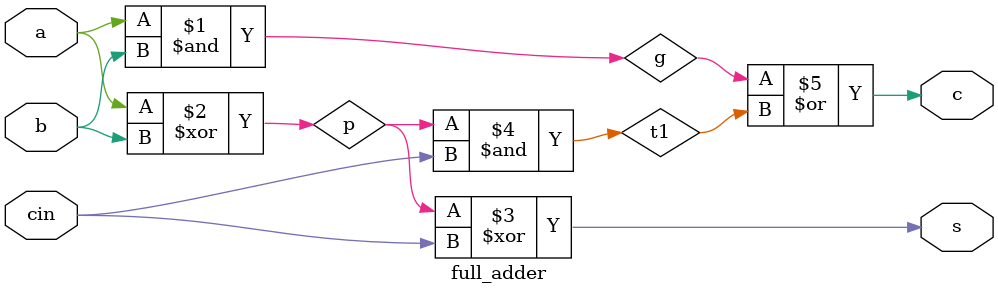
<source format=v>
`timescale 1ns / 1ps
module full_adder(s,c,a,b,cin);
    input a,b,cin;
    output s,c;
    wire p, g, t1;
    and a0(g, a, b);
    xor x0(p, a, b);
    xor x1(s, p, cin);
    
    and x2(t1, p, cin);
    or o0(c, g, t1);

endmodule
</source>
